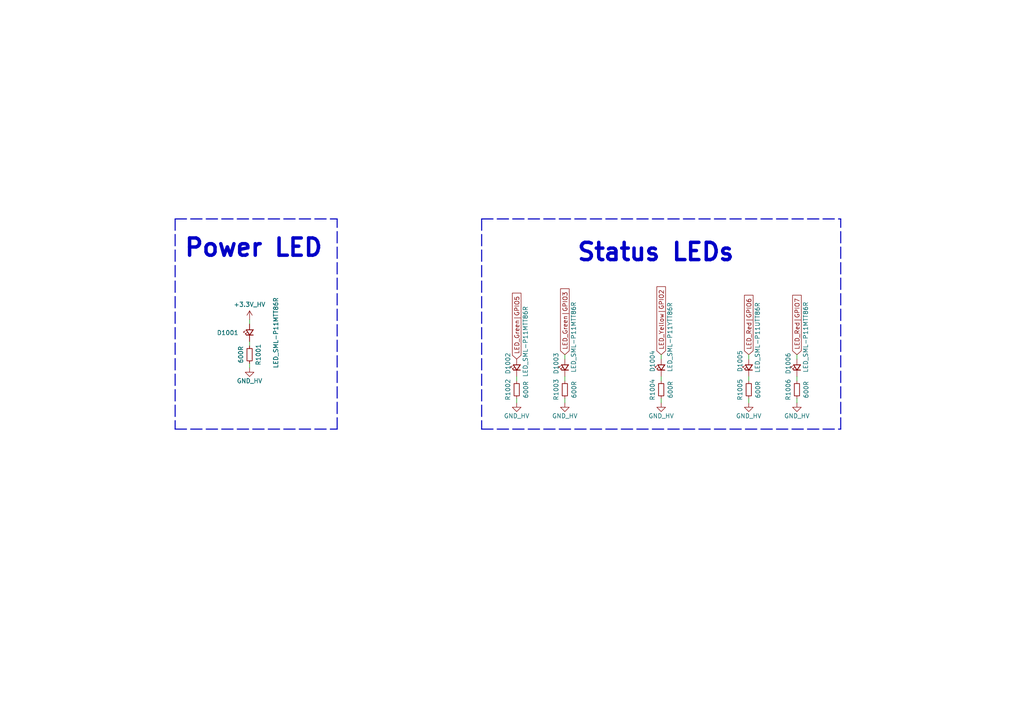
<source format=kicad_sch>
(kicad_sch (version 20211123) (generator eeschema)
  (paper "A4")
  (title_block (title "LCB-CCB-01: Control Board - Status LEDs") (date "2022-03-17") (rev "0.1") (company "PADERBORN UNIVERSITY DEPARTMENT OF POWER ELECTRONICS AND ELECTRICAL DRIVES"))
  (lib_symbols
    (symbol "LEA_SymbolLibrary:+3.3V_HV" (power) (pin_numbers hide) (pin_names (offset 0))
      (property "Value" "+3.3V_HV" (at 0 5.08 0))
      (symbol "+3.3V_HV_1_1"
        (polyline (pts (xy -0.762 1.27) (xy 0 2.54)))
        (polyline (pts (xy 0 0) (xy 0 2.54)))
        (polyline (pts (xy 0 2.54) (xy 0.762 1.27)))
        (pin power_in line (at 0 0 90) (length 0) hide (name "+3.3V_HV") (number "1"))
      )
    )
    (symbol "LEA_SymbolLibrary:GND_HV" (power) (pin_numbers hide) (pin_names (offset 0))
      (property "Value" "GND_HV" (at -2.54 5.08 0))
      (symbol "GND_HV_1_1"
        (polyline (pts (xy 0 0) (xy 0 -1.27) (xy 1.27 -1.27) (xy 0 -2.54) (xy -1.27 -1.27) (xy 0 -1.27)))
        (pin power_in line (at 0 0 90) (length 0) hide (name "GND_HV") (number "1"))
      )
    )
    (symbol "LEA_SymbolLibrary:LED_SML-P11MTT86R" (pin_numbers hide) (pin_names (offset 1.016) hide)
      (property "Reference" "D" (at 0 5.08 0))
      (property "Value" "LED_SML-P11MTT86R" (at 0 2.54 0))
      (symbol "LED_SML-P11MTT86R_1_1"
        (polyline (pts (xy -0.6604 -1.0414) (xy -0.6604 0.9906)) (stroke (width 0.254)))
        (polyline (pts (xy 0.8636 -1.0414) (xy -0.6604 -0.0254) (xy 0.8636 0.9906) (xy 0.8636 -1.0414)) (stroke (width 0.254)))
        (polyline (pts (xy 0.1016 0.7366) (xy -0.4064 1.2446) (xy -0.1524 1.2446) (xy -0.4064 1.2446) (xy -0.4064 0.9906)))
        (polyline (pts (xy 0.6096 1.2446) (xy 0.1016 1.7526) (xy 0.3556 1.7526) (xy 0.1016 1.7526) (xy 0.1016 1.4986)))
        (pin passive line (at 2.54 0 180) (length 1.6002) (name "A") (number "A"))
        (pin passive line (at -2.54 0 0) (length 1.778) (name "C") (number "C"))
      )
    )
    (symbol "LEA_SymbolLibrary:LED_SML-P11UTT86R" (pin_numbers hide) (pin_names (offset 1.016) hide)
      (property "Reference" "D" (at 0 5.08 0))
      (property "Value" "LED_SML-P11UTT86R" (at 0 2.54 0))
      (symbol "LED_SML-P11UTT86R_1_1"
        (polyline (pts (xy -0.6604 -1.0414) (xy -0.6604 0.9906)) (stroke (width 0.254)))
        (polyline (pts (xy 0.8636 -1.0414) (xy -0.6604 -0.0254) (xy 0.8636 0.9906) (xy 0.8636 -1.0414)) (stroke (width 0.254)))
        (polyline (pts (xy 0.1016 0.7366) (xy -0.4064 1.2446) (xy -0.1524 1.2446) (xy -0.4064 1.2446) (xy -0.4064 0.9906)))
        (polyline (pts (xy 0.6096 1.2446) (xy 0.1016 1.7526) (xy 0.3556 1.7526) (xy 0.1016 1.7526) (xy 0.1016 1.4986)))
        (pin passive line (at 2.54 0 180) (length 1.6002) (name "A") (number "A"))
        (pin passive line (at -2.54 0 0) (length 1.778) (name "C") (number "C"))
      )
    )
    (symbol "LEA_SymbolLibrary:LED_SML-P11YTT86R" (pin_numbers hide) (pin_names (offset 1.016) hide)
      (property "Reference" "D" (at 0 5.08 0))
      (property "Value" "LED_SML-P11YTT86R" (at 0 2.54 0))
      (symbol "LED_SML-P11YTT86R_1_1"
        (polyline (pts (xy -0.6604 -1.0414) (xy -0.6604 0.9906)) (stroke (width 0.254)))
        (polyline (pts (xy 0.8636 -1.0414) (xy -0.6604 -0.0254) (xy 0.8636 0.9906) (xy 0.8636 -1.0414)) (stroke (width 0.254)))
        (polyline (pts (xy 0.1016 0.7366) (xy -0.4064 1.2446) (xy -0.1524 1.2446) (xy -0.4064 1.2446) (xy -0.4064 0.9906)))
        (polyline (pts (xy 0.6096 1.2446) (xy 0.1016 1.7526) (xy 0.3556 1.7526) (xy 0.1016 1.7526) (xy 0.1016 1.4986)))
        (pin passive line (at 2.54 0 180) (length 1.6002) (name "A") (number "A"))
        (pin passive line (at -2.54 0 0) (length 1.778) (name "C") (number "C"))
      )
    )
    (symbol "LEA_SymbolLibrary:R_0402" (pin_numbers hide) (pin_names (offset 0.254) hide)
      (property "Reference" "R" (at 1.27 1.27 0))
      (property "Value" "R_0402" (at 1.27 -1.27 0))
      (symbol "R_0402_0_1"
        (rectangle (start -0.762 1.778) (end 0.762 -1.778) (stroke (width 0.2032)))
      )
      (symbol "R_0402_1_1"
        (pin passive line (at 0 2.54 270) (length 0.762) (name "~") (number "1"))
        (pin passive line (at 0 -2.54 90) (length 0.762) (name "~") (number "2"))
      )
    )
  )
  (wire (pts (xy 72.39 99.06) (xy 72.39 100.33)))
  (polyline (pts (xy 50.8 63.5) (xy 97.79 63.5)) (stroke (width 0.3) (type dash)))
  (wire (pts (xy 191.77 115.57) (xy 191.77 116.84)))
  (wire (pts (xy 149.86 109.22) (xy 149.86 110.49)))
  (polyline (pts (xy 243.84 124.46) (xy 243.84 63.5)) (stroke (width 0.3) (type dash)))
  (wire (pts (xy 191.77 109.22) (xy 191.77 110.49)))
  (wire (pts (xy 163.83 102.87) (xy 163.83 104.14)))
  (polyline (pts (xy 139.7 63.5) (xy 243.84 63.5)) (stroke (width 0.3) (type dash)))
  (wire (pts (xy 231.14 109.22) (xy 231.14 110.49)))
  (wire (pts (xy 191.77 102.87) (xy 191.77 104.14)))
  (polyline (pts (xy 97.79 124.46) (xy 97.79 63.5)) (stroke (width 0.3) (type dash)))
  (wire (pts (xy 72.39 92.71) (xy 72.39 93.98)))
  (polyline (pts (xy 50.8 63.5) (xy 50.8 124.46)) (stroke (width 0.3) (type dash)))
  (polyline (pts (xy 139.7 124.46) (xy 243.84 124.46)) (stroke (width 0.3) (type dash)))
  (polyline (pts (xy 50.8 124.46) (xy 97.79 124.46)) (stroke (width 0.3) (type dash)))
  (wire (pts (xy 217.17 109.22) (xy 217.17 110.49)))
  (wire (pts (xy 217.17 102.87) (xy 217.17 104.14)))
  (wire (pts (xy 149.86 115.57) (xy 149.86 116.84)))
  (wire (pts (xy 163.83 109.22) (xy 163.83 110.49)))
  (wire (pts (xy 231.14 115.57) (xy 231.14 116.84)))
  (polyline (pts (xy 139.7 63.5) (xy 139.7 124.46)) (stroke (width 0.3) (type dash)))
  (wire (pts (xy 217.17 115.57) (xy 217.17 116.84)))
  (wire (pts (xy 231.14 102.87) (xy 231.14 104.14)))
  (wire (pts (xy 72.39 105.41) (xy 72.39 106.68)))
  (wire (pts (xy 163.83 115.57) (xy 163.83 116.84)))
  (text "Status LEDs" (at 213.36 76.2 180) (effects (font (size 5 5) bold) (justify right bottom)))
  (text "Power LED" (at 93.98 74.93 180) (effects (font (size 5 5) (thickness 1) bold) (justify right bottom)))
  (global_label "LED_Green|GPIO5" (shape input) (at 149.86 104.14 90) (property "Intersheet References" "${INTERSHEET_REFS}" (effects hide)))
  (global_label "LED_Red|GPIO7" (shape input) (at 231.14 102.87 90) (property "Intersheet References" "${INTERSHEET_REFS}" (effects hide)))
  (global_label "LED_Green|GPIO3" (shape input) (at 163.83 102.87 90) (property "Intersheet References" "${INTERSHEET_REFS}" (effects hide)))
  (global_label "LED_Red|GPIO6" (shape input) (at 217.17 102.87 90) (property "Intersheet References" "${INTERSHEET_REFS}" (effects hide)))
  (global_label "LED_Yellow|GPIO2" (shape input) (at 191.77 102.87 90) (property "Intersheet References" "${INTERSHEET_REFS}" (effects hide)))
  (symbol (lib_id "LEA_SymbolLibrary:LED_SML-P11MTT86R") (at 72.39 96.52 90) (unit 1)
    (property "Reference" "D1001" (at 66.04 96.52 90))
    (property "Value" "LED_SML-P11MTT86R" (at 80.01 96.52 0))
    (property "Footprint" "LEA_FootprintLibrary:LED_0402" (effects hide))
    (property "Datasheet" "https://fscdn.rohm.com/en/products/databook/datasheet/opto/led/chip_mono/sml-p11-e.pdf" (effects hide))
    (property "Manufacturer" "ROHM Semiconductor" (effects hide))
    (property "Mouser No" "755-SML-P11MTT86R" (effects hide))
    (property "Mfr. No" "SML-P11MTT86R" (effects hide))
  )
  (symbol (lib_id "LEA_SymbolLibrary:R_0402") (at 72.39 102.87 180) (unit 1)
    (property "Reference" "R1001" (at 74.93 102.87 90))
    (property "Value" "600R" (at 69.85 102.87 90))
    (property "Footprint" "LEA_FootprintLibrary:R_0402" (effects hide))
  )
  (symbol (lib_id "LEA_SymbolLibrary:+3.3V_HV") (at 72.39 92.71 0) (unit 1)
    (property "Reference" "#PWR01001" (effects hide))
    (property "Value" "+3.3V_HV" (at 72.39 88.3158 0))
  )
  (symbol (lib_id "LEA_SymbolLibrary:GND_HV") (at 72.39 106.68 0) (unit 1)
    (property "Reference" "#PWR01002" (effects hide))
    (property "Value" "GND_HV" (at 72.39 110.49 0))
  )
  (symbol (lib_id "LEA_SymbolLibrary:LED_SML-P11MTT86R") (at 163.83 106.68 90) (unit 1)
    (property "Reference" "D1003" (at 161.29 105.41 0))
    (property "Value" "LED_SML-P11MTT86R" (at 166.37 97.79 0))
    (property "Footprint" "LEA_FootprintLibrary:LED_0402" (effects hide))
    (property "Datasheet" "https://fscdn.rohm.com/en/products/databook/datasheet/opto/led/chip_mono/sml-p11-e.pdf" (effects hide))
    (property "Manufacturer" "ROHM Semiconductor" (effects hide))
    (property "Mouser No" "755-SML-P11MTT86R" (effects hide))
    (property "Mfr. No" "SML-P11MTT86R" (effects hide))
  )
  (symbol (lib_id "LEA_SymbolLibrary:R_0402") (at 163.83 113.03 180) (unit 1)
    (property "Reference" "R1003" (at 161.29 113.03 90))
    (property "Value" "600R" (at 166.497 113.03 90))
    (property "Footprint" "LEA_FootprintLibrary:R_0402" (effects hide))
  )
  (symbol (lib_id "LEA_SymbolLibrary:GND_HV") (at 163.83 116.84 0) (unit 1)
    (property "Reference" "#PWR01004" (effects hide))
    (property "Value" "GND_HV" (at 163.83 120.65 0))
  )
  (symbol (lib_id "LEA_SymbolLibrary:R_0402") (at 191.77 113.03 180) (unit 1)
    (property "Reference" "R1004" (at 189.23 113.03 90))
    (property "Value" "600R" (at 194.437 113.03 90))
    (property "Footprint" "LEA_FootprintLibrary:R_0402" (effects hide))
  )
  (symbol (lib_id "LEA_SymbolLibrary:GND_HV") (at 191.77 116.84 0) (unit 1)
    (property "Reference" "#PWR01005" (effects hide))
    (property "Value" "GND_HV" (at 191.77 120.65 0))
  )
  (symbol (lib_id "LEA_SymbolLibrary:R_0402") (at 217.17 113.03 180) (unit 1)
    (property "Reference" "R1005" (at 214.63 113.03 90))
    (property "Value" "600R" (at 219.837 113.03 90))
    (property "Footprint" "LEA_FootprintLibrary:R_0402" (effects hide))
  )
  (symbol (lib_id "LEA_SymbolLibrary:GND_HV") (at 217.17 116.84 0) (unit 1)
    (property "Reference" "#PWR01006" (effects hide))
    (property "Value" "GND_HV" (at 217.17 120.65 0))
  )
  (symbol (lib_id "LEA_SymbolLibrary:LED_SML-P11UTT86R") (at 217.17 106.68 90) (unit 1)
    (property "Reference" "D1005" (at 214.63 101.6 0) (effects (justify right)))
    (property "Value" "LED_SML-P11UTT86R" (at 219.71 87.63 0) (effects (justify right)))
    (property "Footprint" "LEA_FootprintLibrary:LED_0402" (effects hide))
    (property "Datasheet" "https://fscdn.rohm.com/en/products/databook/datasheet/opto/led/chip_mono/sml-p11-e.pdf" (effects hide))
    (property "Manufacturer" "ROHM Semiconductor" (effects hide))
    (property "Mouser No" "755-SML-P11UTT86R" (effects hide))
    (property "Mfr. No" "SML-P11UTT86R" (effects hide))
  )
  (symbol (lib_id "LEA_SymbolLibrary:LED_SML-P11YTT86R") (at 191.77 106.68 90) (unit 1)
    (property "Reference" "D1004" (at 189.23 101.6 0) (effects (justify right)))
    (property "Value" "LED_SML-P11YTT86R" (at 194.31 87.63 0) (effects (justify right)))
    (property "Footprint" "LEA_FootprintLibrary:LED_0402" (effects hide))
    (property "Datasheet" "https://fscdn.rohm.com/en/products/databook/datasheet/opto/led/chip_mono/sml-p11-e.pdf" (effects hide))
    (property "Manufacturer" "ROHM Semiconductor" (effects hide))
    (property "Mouser No" "755-SML-P11YTT86R" (effects hide))
    (property "Mfr. No" "SML-P11YTT86R" (effects hide))
  )
  (symbol (lib_id "LEA_SymbolLibrary:GND_HV") (at 231.14 116.84 0) (unit 1)
    (property "Reference" "#PWR01007" (effects hide))
    (property "Value" "GND_HV" (at 231.14 120.65 0))
  )
  (symbol (lib_id "LEA_SymbolLibrary:LED_SML-P11MTT86R") (at 149.86 106.68 90) (unit 1)
    (property "Reference" "D1002" (at 147.32 105.41 0))
    (property "Value" "LED_SML-P11MTT86R" (at 152.4 99.06 0))
    (property "Footprint" "LEA_FootprintLibrary:LED_0402" (effects hide))
    (property "Datasheet" "https://fscdn.rohm.com/en/products/databook/datasheet/opto/led/chip_mono/sml-p11-e.pdf" (effects hide))
    (property "Manufacturer" "ROHM Semiconductor" (effects hide))
    (property "Mouser No" "755-SML-P11MTT86R" (effects hide))
    (property "Mfr. No" "SML-P11MTT86R" (effects hide))
  )
  (symbol (lib_id "LEA_SymbolLibrary:R_0402") (at 149.86 113.03 180) (unit 1)
    (property "Reference" "R1002" (at 147.32 113.03 90))
    (property "Value" "600R" (at 152.527 113.03 90))
    (property "Footprint" "LEA_FootprintLibrary:R_0402" (effects hide))
  )
  (symbol (lib_id "LEA_SymbolLibrary:GND_HV") (at 149.86 116.84 0) (unit 1)
    (property "Reference" "#PWR01003" (effects hide))
    (property "Value" "GND_HV" (at 149.86 120.65 0))
  )
  (symbol (lib_id "LEA_SymbolLibrary:R_0402") (at 231.14 113.03 180) (unit 1)
    (property "Reference" "R1006" (at 228.6 113.03 90))
    (property "Value" "600R" (at 233.807 113.03 90))
    (property "Footprint" "LEA_FootprintLibrary:R_0402" (effects hide))
  )
  (symbol (lib_id "LEA_SymbolLibrary:LED_SML-P11MTT86R") (at 231.14 106.68 90) (unit 1)
    (property "Reference" "D1006" (at 228.6 105.41 0))
    (property "Value" "LED_SML-P11MTT86R" (at 233.68 97.79 0))
    (property "Footprint" "LEA_FootprintLibrary:LED_0402" (effects hide))
    (property "Datasheet" "https://fscdn.rohm.com/en/products/databook/datasheet/opto/led/chip_mono/sml-p11-e.pdf" (effects hide))
    (property "Manufacturer" "ROHM Semiconductor" (effects hide))
    (property "Mouser No" "755-SML-P11MTT86R" (effects hide))
    (property "Mfr. No" "SML-P11MTT86R" (effects hide))
  )
)
</source>
